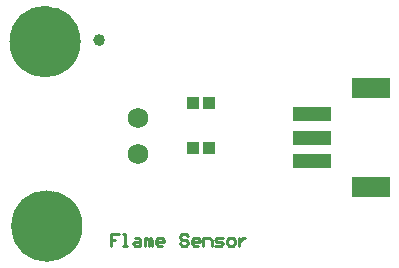
<source format=gts>
%FSLAX23Y23*%
%MOIN*%
G70*
G01*
G75*
G04 Layer_Color=8388736*
%ADD10R,0.118X0.059*%
%ADD11R,0.118X0.039*%
%ADD12R,0.031X0.035*%
%ADD13C,0.010*%
%ADD14C,0.060*%
%ADD15C,0.039*%
%ADD16C,0.236*%
%ADD17C,0.000*%
%ADD18C,0.000*%
%ADD19C,0.020*%
%ADD20C,0.059*%
%ADD21R,0.126X0.067*%
%ADD22R,0.126X0.047*%
%ADD23R,0.039X0.043*%
%ADD24C,0.068*%
D13*
X401Y129D02*
X375D01*
Y110D01*
X388D01*
X375D01*
Y90D01*
X414D02*
X427D01*
X421D01*
Y129D01*
X414D01*
X454Y116D02*
X467D01*
X473Y110D01*
Y90D01*
X454D01*
X447Y97D01*
X454Y103D01*
X473D01*
X487Y90D02*
Y116D01*
X493D01*
X500Y110D01*
Y90D01*
Y110D01*
X506Y116D01*
X513Y110D01*
Y90D01*
X546D02*
X532D01*
X526Y97D01*
Y110D01*
X532Y116D01*
X546D01*
X552Y110D01*
Y103D01*
X526D01*
X631Y123D02*
X624Y129D01*
X611D01*
X605Y123D01*
Y116D01*
X611Y110D01*
X624D01*
X631Y103D01*
Y97D01*
X624Y90D01*
X611D01*
X605Y97D01*
X664Y90D02*
X651D01*
X644Y97D01*
Y110D01*
X651Y116D01*
X664D01*
X670Y110D01*
Y103D01*
X644D01*
X683Y90D02*
Y116D01*
X703D01*
X710Y110D01*
Y90D01*
X723D02*
X742D01*
X749Y97D01*
X742Y103D01*
X729D01*
X723Y110D01*
X729Y116D01*
X749D01*
X769Y90D02*
X782D01*
X788Y97D01*
Y110D01*
X782Y116D01*
X769D01*
X762Y110D01*
Y97D01*
X769Y90D01*
X801Y116D02*
Y90D01*
Y103D01*
X808Y110D01*
X814Y116D01*
X821D01*
D15*
X92Y833D02*
D03*
X218D02*
D03*
X155Y859D02*
D03*
X66Y770D02*
D03*
X92Y707D02*
D03*
X155Y681D02*
D03*
X218Y707D02*
D03*
X244Y770D02*
D03*
X249Y155D02*
D03*
X223Y92D02*
D03*
X160Y66D02*
D03*
X97Y92D02*
D03*
X71Y155D02*
D03*
X160Y244D02*
D03*
X223Y218D02*
D03*
X97D02*
D03*
D16*
X155Y770D02*
D03*
X160Y155D02*
D03*
D19*
X345Y775D02*
G03*
X345Y775I-10J0D01*
G01*
D20*
X244Y770D02*
G03*
X244Y770I-89J0D01*
G01*
X249Y155D02*
G03*
X249Y155I-89J0D01*
G01*
D21*
X1242Y285D02*
D03*
Y615D02*
D03*
D22*
X1045Y529D02*
D03*
Y371D02*
D03*
Y450D02*
D03*
Y529D02*
D03*
D23*
X703Y565D02*
D03*
X647D02*
D03*
X703Y415D02*
D03*
X647D02*
D03*
D24*
X465Y514D02*
D03*
Y396D02*
D03*
M02*

</source>
